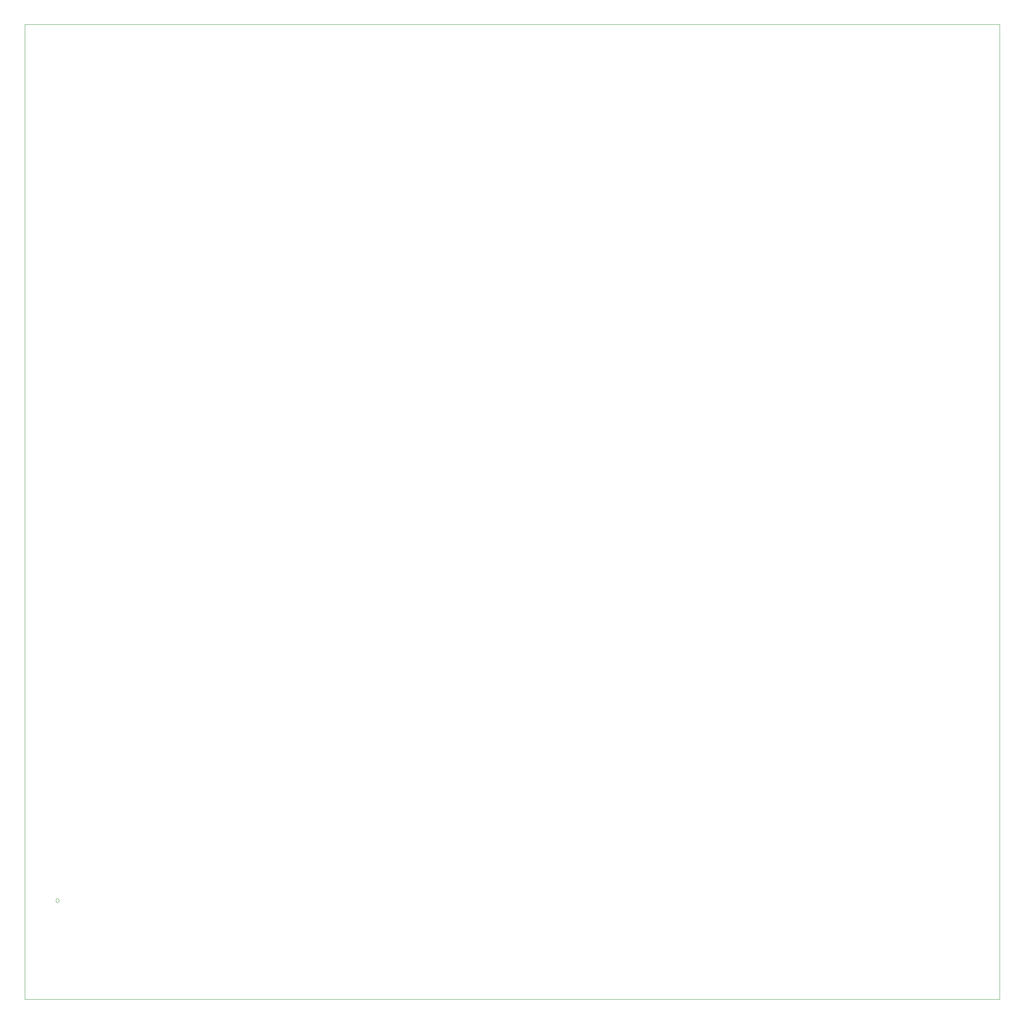
<source format=gm1>
%TF.GenerationSoftware,KiCad,Pcbnew,(6.0.0)*%
%TF.CreationDate,2022-01-30T17:43:54-05:00*%
%TF.ProjectId,fancyGradCap_rev2,66616e63-7947-4726-9164-4361705f7265,1*%
%TF.SameCoordinates,Original*%
%TF.FileFunction,Profile,NP*%
%FSLAX46Y46*%
G04 Gerber Fmt 4.6, Leading zero omitted, Abs format (unit mm)*
G04 Created by KiCad (PCBNEW (6.0.0)) date 2022-01-30 17:43:54*
%MOMM*%
%LPD*%
G01*
G04 APERTURE LIST*
%TA.AperFunction,Profile*%
%ADD10C,0.100000*%
%TD*%
%TA.AperFunction,Profile*%
%ADD11C,0.010000*%
%TD*%
G04 APERTURE END LIST*
D10*
X-10000000Y0D02*
X210000000Y0D01*
X210000000Y0D02*
X210000000Y-220000000D01*
X210000000Y-220000000D02*
X-10000000Y-220000000D01*
X-10000000Y-220000000D02*
X-10000000Y0D01*
D11*
%TO.C,J1*%
X-2259000Y-197556000D02*
X-2259000Y-197856000D01*
X-2909000Y-197856000D02*
X-2909000Y-197556000D01*
X-2584000Y-197231000D02*
G75*
G03*
X-2909000Y-197556000I-1J-324999D01*
G01*
X-2259000Y-197556000D02*
G75*
G03*
X-2584000Y-197231000I-324999J1D01*
G01*
X-2584000Y-198181000D02*
G75*
G03*
X-2259000Y-197856000I1J324999D01*
G01*
X-2909000Y-197856000D02*
G75*
G03*
X-2584000Y-198181000I324999J-1D01*
G01*
%TD*%
M02*

</source>
